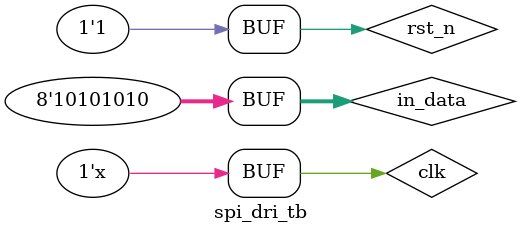
<source format=v>
`timescale 1ns/1ns
module spi_dri_tb;

	// Inputs
	reg [7:0] in_data;
	reg clk;
	reg [1:0] addr;
	reg wr;
	reg rd;
	wire cs_n;
	reg miso;
    reg rst_n;
	// Outputs
	wire [7:0] out_data;

	// Bidirs
	wire mosi;
	wire sclk;

	// Instantiate the Unit Under Test (UUT)
	i2c_dri i2c_dri_inst (
        .clk                (clk),
		.rst_n              (rst_n),
         //input         
        .i2c_exec           (1'b1),
		.bit_ctrl           (1'b1),
		.i2c_rh_wl          (1'b0),
		.i2c_addr           (16'b1010_1010),   
		.i2c_data_w         (in_data),
        //output
		.i2c_data_r         (i2c_data_r),
		.i2c_done           (i2c_done),
        //芯片接口
        .scl                (scl),
		.sda                (sda),
		
	    .dri_clk            (dri_clk)
        
       
);         
         
	initial        begin
		// Initialize Inputs
		in_data = 0;
		clk = 0;
        rst_n = 0;
		// set clk_div , and out by out_data
		#40;
        in_data = 8'haa;
        rst_n = 1;
		
		// write data 
		
		

		
	end


	// define clock
	always #10 clk = ~clk;

      
endmodule


</source>
